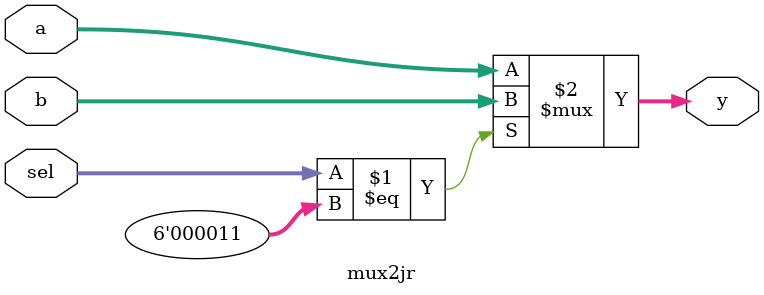
<source format=v>

module mux2jr( sel, a, b, y );
    parameter bitwidth=32;
    input  [5:0] sel;
    input  [bitwidth-1:0] a, b;
    output [bitwidth-1:0] y;

    assign y = (sel== 6'b000011) ? b : a;
endmodule

</source>
